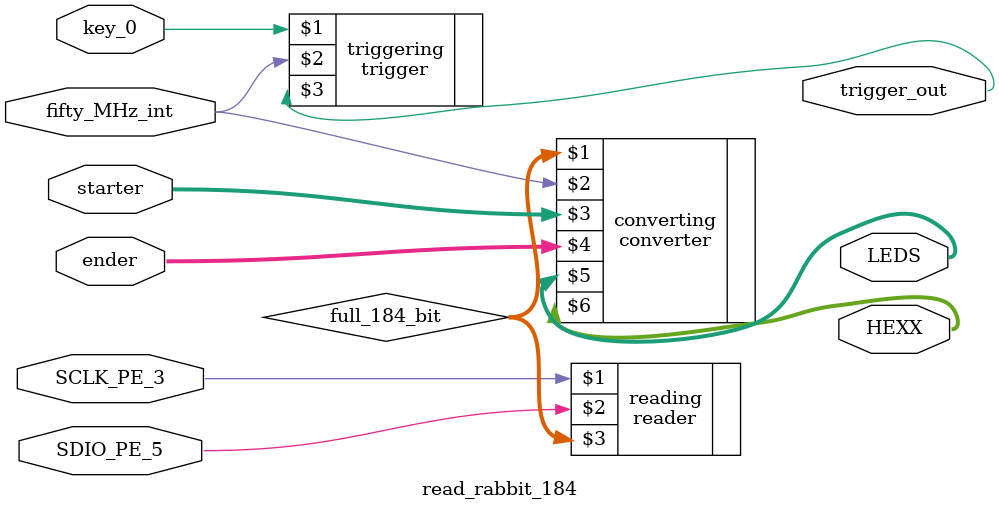
<source format=v>
module read_rabbit_184(key_0, fifty_MHz_int, SCLK_PE_3, SDIO_PE_5, starter, ender, LEDS, HEXX, trigger_out);

	input key_0;  //key for trigger
	input fifty_MHz_int;  //clock for trigger
	input SCLK_PE_3;  
	input SDIO_PE_5;
	input [4:0] starter;
	input [4:0] ender;
	
	output [0:7] LEDS;  //number to LEDS binary form orig freq <=255
	output trigger_out;  //trigger for rabbit
	output [55:0] HEXX;
	
	wire [0:183] full_184_bit;
	
	trigger triggering(key_0, fifty_MHz_int, trigger_out);
	reader reading(SCLK_PE_3, SDIO_PE_5, full_184_bit);
	converter converting(full_184_bit, fifty_MHz_int, starter, ender, LEDS, HEXX);
	
	
endmodule

</source>
